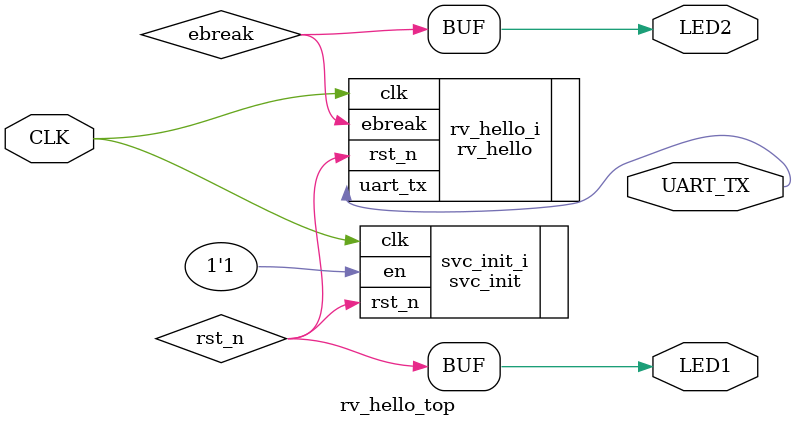
<source format=sv>
`include "svc.sv"
`include "svc_init.sv"

`include "rv_hello.sv"

module rv_hello_top (
    input logic CLK,

    output logic UART_TX,

    output logic LED1,
    output logic LED2
);
  //
  // Clock frequency matches board clock
  //
  localparam CLOCK_FREQ = 100_000_000;
  localparam BAUD_RATE = 115_200;

  logic rst_n;
  logic ebreak;

  //
  // Reset generation
  //
  svc_init svc_init_i (
      .clk  (CLK),
      .en   (1'b1),
      .rst_n(rst_n)
  );

  //
  // RISC-V hello world instance
  //
  rv_hello #(
      .CLOCK_FREQ(CLOCK_FREQ),
      .BAUD_RATE (BAUD_RATE)
  ) rv_hello_i (
      .clk    (CLK),
      .rst_n  (rst_n),
      .uart_tx(UART_TX),
      .ebreak (ebreak)
  );

  //
  // Status LEDs
  //
  // LED1: Active when not in reset
  // LED2: Indicates ebreak hit
  //
  assign LED1 = rst_n;
  assign LED2 = ebreak;

endmodule

</source>
